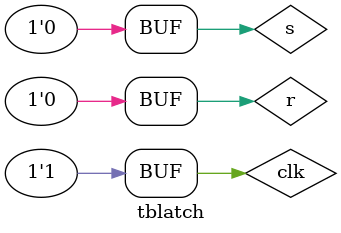
<source format=v>
module sr_ff(s,r,clk,q,qn);
input s,r,clk;
output reg q;
output reg qn;
always @ (s or r or clk)
	if (clk & s) {q,qn} <= 2'b10;
	else if (clk & r) {q,qn} <= 2'b01;
endmodule

`timescale 1ns/1ps
module tblatch;
reg s,r,clk;
wire q,qn;
sr_ff UUT(.s(s),.r(r),.clk(clk),.q(q),.qn(qn));
initial begin
	{s,r,clk}=3'b101; #10;
	{s,r,clk}=3'b001; #10;
	{r,s,clk}=3'b101; #10;
	{s,r,clk}=3'b001; #10;
end
endmodule

</source>
